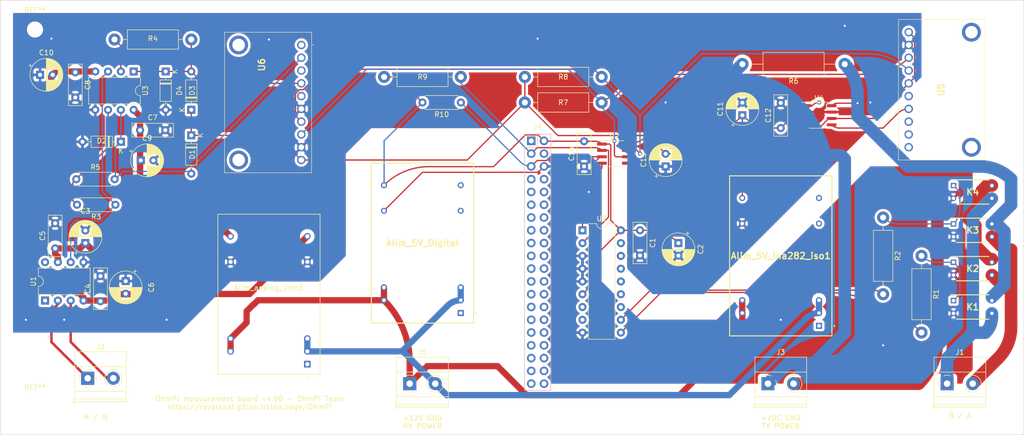
<source format=kicad_pcb>
(kicad_pcb (version 20211014) (generator pcbnew)
  (layers (0 "F.Cu" signal) (31 "B.Cu" signal) (34 "B.Paste" user) (35 "F.Paste" user) (36 "B.SilkS" user "B.Silkscreen") (37 "F.SilkS" user "F.Silkscreen") (38 "B.Mask" user) (39 "F.Mask" user) (44 "Edge.Cuts" user))
  (net 0 "")
  (net 2 "GNDPWR")
  (net 5 "5VD")
  (net 6 "GNDD")
  (net 7 "+12.5V")
  (net 11 "5V")
  (net 12 "GNDA")
  (net 14 "-12V")
  (net 15 "12V")
  (net 16 "Net-(D1-Pad2)")
  (net 17 "Net-(D3-Pad2)")
  (net 18 "B")
  (net 19 "A")
  (net 20 "Net-(J2-Pad1)")
  (net 21 "Net-(J2-Pad2)")
  (net 22 "Net-(J3-Pad1)")
  (net 23 "Net-(J3-Pad2)")
  (net 25 "SDA1")
  (net 27 "SCL1")
  (net 62 "Net-(K1-Pad1)")
  (net 63 "Net-(K1-Pad4)")
  (net 64 "Net-(K3-Pad1)")
  (net 65 "Net-(R1-Pad2)")
  (net 66 "Net-(R2-Pad2)")
  (net 67 "Net-(R3-Pad1)")
  (net 68 "Net-(R3-Pad2)")
  (net 69 "Net-(R4-Pad1)")
  (net 70 "SCL2")
  (net 71 "SDA2")
  (net 83 "Net-(U4-Pad5)")
  (footprint "Package_SO:SOIC-8_3.9x4.9mm_P1.27mm" (layer "F.Cu") (at 160.02 73.66)
    (fp_text reference "U7")
    (fp_text value "ISO1540")
  )
  (footprint "Capacitor_THT:CP_Radial_D6.3mm_P2.50mm" (layer "F.Cu") (at 46 58)
    (fp_text reference "C10")
    (fp_text value "10uF")
  )
  (footprint "Resistor_THT:R_Axial_DIN0411_L9.9mm_D3.6mm_P15.24mm_Horizontal" (layer "F.Cu") (at 114.3 58.42)
    (fp_text reference "R9")
    (fp_text value "1.5k")
  )
  (footprint "Resistor_THT:R_Axial_DIN0207_L6.3mm_D2.5mm_P7.62mm_Horizontal" (layer "F.Cu") (at 60.96 83.82 180)
    (fp_text reference "R3")
    (fp_text value "1k")
  )
  (footprint "Resistor_THT:R_Axial_DIN0411_L9.9mm_D3.6mm_P15.24mm_Horizontal" (layer "F.Cu") (at 142.24 58.42)
    (fp_text reference "R8")
    (fp_text value "1.5K")
  )
  (footprint "1085:1085" (layer "F.Cu") (at 97.869 52.07 90)
    (fp_text reference "U6")
    (fp_text value "1085-Adress=0X48" hide)
  )
  (footprint "Capacitor_THT:CP_Radial_D6.3mm_P2.50mm" (layer "F.Cu") (at 66 75)
    (fp_text reference "C9")
    (fp_text value "10uF")
  )
  (footprint "Diode_THT:D_DO-35_SOD27_P7.62mm_Horizontal" (layer "F.Cu") (at 70.94 57.33 -90)
    (fp_text reference "D4")
    (fp_text value "BAT86")
  )
  (footprint "Package_DIP:DIP-8_W7.62mm" (layer "F.Cu") (at 64.58 57.34 -90)
    (fp_text reference "U3")
    (fp_text value "LM158")
  )
  (footprint "Package_DIP:DIP-18_W7.62mm" (layer "F.Cu") (at 153.68 88.91)
    (fp_text reference "U2")
    (fp_text value "MCP23008-xP")
  )
  (footprint "TerminalBlock_Phoenix:TerminalBlock_Phoenix_MKDS-1,5-2-5.08_1x02_P5.08mm_Horizontal" (layer "F.Cu") (at 55.455 118.305)
    (fp_text reference "J2")
    (fp_text value "Screw_Terminal_VMN")
  )
  (footprint "Capacitor_THT:C_Disc_D8.0mm_W2.5mm_P5.00mm" (layer "F.Cu") (at 49 92.5 90)
    (fp_text reference "C5")
    (fp_text value "100nF")
  )
  (footprint "THD_15-1211N:THD151211N" (layer "F.Cu") (at 200.63 107.88 180)
    (fp_text reference "Alim_5V_ina282_iso1")
    (fp_text value "THD_15-1211N" hide)
  )
  (footprint "Capacitor_THT:C_Disc_D8.0mm_W2.5mm_P5.00mm" (layer "F.Cu") (at 58 103 90)
    (fp_text reference "C4")
    (fp_text value "100nF")
  )
  (footprint "Capacitor_THT:C_Disc_D8.0mm_W2.5mm_P5.00mm" (layer "F.Cu") (at 165.1 88.9 -90)
    (fp_text reference "C1")
    (fp_text value "100nF")
  )
  (footprint "Resistor_THT:R_Axial_DIN0207_L6.3mm_D2.5mm_P7.62mm_Horizontal" (layer "F.Cu") (at 129.54 63.5 180)
    (fp_text reference "R10")
    (fp_text value "1.5k")
  )
  (footprint "Capacitor_THT:CP_Radial_D6.3mm_P2.50mm" (layer "F.Cu") (at 170.18 76.2 90)
    (fp_text reference "C13")
    (fp_text value "10uF")
  )
  (footprint "TerminalBlock_Phoenix:TerminalBlock_Phoenix_MKDS-1,5-2-5.08_1x02_P5.08mm_Horizontal" (layer "F.Cu") (at 226.06 119.38)
    (fp_text reference "J1")
    (fp_text value "A/B")
  )
  (footprint "TerminalBlock_Phoenix:TerminalBlock_Phoenix_MKDS-1,5-2-5.08_1x02_P5.08mm_Horizontal" (layer "F.Cu") (at 190.5 119.38)
    (fp_text reference "J3")
    (fp_text value "Alim DPH5005")
  )
  (footprint "Resistor_THT:R_Axial_DIN0411_L9.9mm_D3.6mm_P15.24mm_Horizontal" (layer "F.Cu") (at 142.24 63.5)
    (fp_text reference "R7")
    (fp_text value "1.5K")
  )
  (footprint "Package_DIP:DIP-8_W7.62mm" (layer "F.Cu") (at 47 102.86 90)
    (fp_text reference "U1")
    (fp_text value "INA128")
  )
  (footprint "1085:1085" (layer "F.Cu") (at 218.44 72.39 -90)
    (fp_text reference "U5")
    (fp_text value "1085-Adress=0X49" hide)
  )
  (footprint "AQY211EH:DIP762W47P254L478H340Q4N" (layer "F.Cu") (at 231.14 104.14)
    (fp_text reference "K1")
    (fp_text value "AQY211EH" hide)
  )
  (footprint "Diode_THT:D_DO-35_SOD27_P7.62mm_Horizontal" (layer "F.Cu") (at 76.02 70.03 -90)
    (fp_text reference "D1")
    (fp_text value "BAT86")
  )
  (footprint "Diode_THT:D_DO-35_SOD27_P7.62mm_Horizontal" (layer "F.Cu") (at 76.02 64.95 90)
    (fp_text reference "D3")
    (fp_text value "BAT86")
  )
  (footprint "AQY211EH:DIP762W47P254L478H340Q4N" (layer "F.Cu") (at 231.14 96.52)
    (fp_text reference "K2")
    (fp_text value "AQY211EH" hide)
  )
  (footprint "MountingHole:MountingHole_3.2mm_M3_ISO7380" (layer "F.Cu") (at 45 49)
    (fp_text reference "REF**")
    (fp_text value "Hole_3.2mm_M3")
  )
  (footprint "AQY211EH:DIP762W47P254L478H340Q4N" (layer "F.Cu") (at 231.14 81.28)
    (fp_text reference "K4")
    (fp_text value "AQY211EH" hide)
  )
  (footprint "Resistor_THT:R_Axial_DIN0411_L9.9mm_D3.6mm_P15.24mm_Horizontal" (layer "F.Cu") (at 213.36 86.36 -90)
    (fp_text reference "R2")
    (fp_text value "1.5k")
  )
  (footprint "Package_SO:SOIC-8_3.9x4.9mm_P1.27mm" (layer "F.Cu") (at 200.66 66.04)
    (fp_text reference "U4")
    (fp_text value "INA282")
  )
  (footprint "Capacitor_THT:C_Disc_D8.0mm_W2.5mm_P5.00mm" (layer "F.Cu") (at 65.86 69)
    (fp_text reference "C7")
    (fp_text value "100nF")
  )
  (footprint "Resistor_THT:R_Axial_DIN0411_L9.9mm_D3.6mm_P15.24mm_Horizontal" (layer "F.Cu") (at 220.98 93.98 -90)
    (fp_text reference "R1")
    (fp_text value "1.5k")
  )
  (footprint "Capacitor_THT:C_Disc_D8.0mm_W2.5mm_P5.00mm" (layer "F.Cu") (at 53 57.5 -90)
    (fp_text reference "C8")
    (fp_text value "100nF")
  )
  (footprint "THD_15-1211N:THD151211N" (layer "F.Cu") (at 129.51 105.34 180)
    (fp_text reference "Alim_5V_Digital")
    (fp_text value "THD_15-1211N" hide)
  )
  (footprint "Resistor_THT:R_Axial_DIN0414_L11.9mm_D4.5mm_P20.32mm_Horizontal" (layer "F.Cu") (at 205.74 55.88 180)
    (fp_text reference "R6")
    (fp_text value "2")
  )
  (footprint "Capacitor_THT:CP_Radial_D6.3mm_P2.50mm" (layer "F.Cu") (at 55 91.44 90)
    (fp_text reference "C3")
    (fp_text value "10uF")
  )
  (footprint "Resistor_THT:R_Axial_DIN0411_L9.9mm_D3.6mm_P15.24mm_Horizontal" (layer "F.Cu") (at 60.78 50.98)
    (fp_text reference "R4")
    (fp_text value "1k")
  )
  (footprint "Capacitor_THT:C_Disc_D8.0mm_W2.5mm_P5.00mm" (layer "F.Cu") (at 193.04 68.58 90)
    (fp_text reference "C12")
    (fp_text value "100nF")
  )
  (footprint "Capacitor_THT:C_Disc_D8.0mm_W2.5mm_P5.00mm" (layer "F.Cu") (at 154 76.2 90)
    (fp_text reference "C14")
    (fp_text value ".1u")
  )
  (footprint "Resistor_THT:R_Axial_DIN0207_L6.3mm_D2.5mm_P7.62mm_Horizontal" (layer "F.Cu") (at 53.19 78.74)
    (fp_text reference "R5")
    (fp_text value "1k")
  )
  (footprint "MountingHole:MountingHole_3.2mm_M3_ISO7380" (layer "F.Cu") (at 45 124)
    (fp_text reference "REF**")
    (fp_text value "Hole_3.2mm_M3")
  )
  (footprint "Diode_THT:D_DO-35_SOD27_P7.62mm_Horizontal" (layer "F.Cu") (at 62.05 71.3 180)
    (fp_text reference "D2")
    (fp_text value "BAT86")
  )
  (footprint "THD_15-1222N:CONV_THD_15-1222N" (layer "F.Cu") (at 91.44 101.6 90)
    (fp_text reference "Alim_analog_Vmn1")
    (fp_text value "THD_15-1222N")
  )
  (footprint "TerminalBlock_Phoenix:TerminalBlock_Phoenix_MKDS-1,5-2-5.08_1x02_P5.08mm_Horizontal" (layer "F.Cu") (at 119.38 119.38)
    (fp_text reference "J5")
    (fp_text value "Screw_Terminal_01x02")
  )
  (footprint "Capacitor_THT:CP_Radial_D6.3mm_P2.50mm" (layer "F.Cu") (at 63 99 -90)
    (fp_text reference "C6")
    (fp_text value "10uF")
  )
  (footprint "Capacitor_THT:CP_Radial_D6.3mm_P2.50mm" (layer "F.Cu") (at 172.72 91.44 -90)
    (fp_text reference "C2")
    (fp_text value "10uF")
  )
  (footprint "AQY211EH:DIP762W47P254L478H340Q4N" (layer "F.Cu") (at 231.14 88.9)
    (fp_text reference "K3")
    (fp_text value "AQY211EH" hide)
  )
  (footprint "Capacitor_THT:CP_Radial_D6.3mm_P2.50mm" (layer "F.Cu") (at 185.42 66.04 90)
    (fp_text reference "C11")
    (fp_text value "10uF")
  )
  (footprint "Connector_PinSocket_2.54mm:PinSocket_2x20_P2.54mm_Vertical" (layer "B.Cu") (at 143.51 71.12 180)
    (fp_text reference "J4")
    (fp_text value "Raspberry_Pi_2_3")
  )
  (gr_rect (start 241.3 129.54) (end 38.1 43.18) (layer "Edge.Cuts") (width 0.1) (fill none))
  (gr_text "+VDC GND\nTX POWER" (at 193.04 127) (layer "F.SilkS") (effects (font (size 1 1))))
  (gr_text "M / N" (at 57 126) (layer "F.SilkS") (effects (font (size 1 1))))
  (gr_text "OhmPi measurement board v4.00 - OhmPi Team\nhttps://reversaal.gitlab.irstea.page/OhmPi" (at 87.63 123.19) (layer "F.SilkS") (effects (font (size 1 1))))
  (gr_text "B / A" (at 228.6 125.73) (layer "F.SilkS") (effects (font (size 1 1))))
  (gr_text "+12V GND\nRX POWER" (at 121.92 127) (layer "F.SilkS") (effects (font (size 1 1))))
  (segment (start 99.06 112.96) (end 99.06 110.42) (width 1.25) (layer "B.Cu") (net 2))
  (segment (start 126.734511 121.654511) (end 182.806467 121.654511) (width 1.25) (layer "B.Cu") (net 2))
  (segment (start 124.46 119.38) (end 126.734511 121.654511) (width 1.25) (layer "B.Cu") (net 2))
  (segment (start 99.06 112.96) (end 118.04 112.96) (width 1.25) (layer "B.Cu") (net 2))
  (segment (start 182.806467 121.654511) (end 198.053938 106.40704) (width 1.25) (layer "B.Cu") (net 2))
  (segment (start 118.04 112.96) (end 124.46 119.38) (width 1.25) (layer "B.Cu") (net 2))
  (segment (start 200.63 105.34) (end 200.63 102.8) (width 1.25) (layer "B.Cu") (net 2))
  (segment (start 118.04 112.760978) (end 126.933938 103.86704) (width 1.25) (layer "B.Cu") (net 2))
  (segment (start 118.04 112.96) (end 118.04 112.760978) (width 1.25) (layer "B.Cu") (net 2))
  (segment (start 129.51 102.8) (end 129.51 100.26) (width 1.25) (layer "B.Cu") (net 2))
  (arc (start 198.053938 106.40704) (mid 199.235845 105.617315) (end 200.63 105.34) (width 1.25) (layer "B.Cu") (net 2))
  (arc (start 126.933938 103.86704) (mid 128.115845 103.077315) (end 129.51 102.8) (width 1.25) (layer "B.Cu") (net 2))
  (segment (start 157.272102 98.017898) (end 157.272102 92.937897) (width 0.25) (layer "F.Cu") (net 5))
  (segment (start 116.84 58.42) (end 121.92 63.5) (width 0.25) (layer "F.Cu") (net 5))
  (segment (start 144.875489 69.945489) (end 142.335489 69.945489) (width 0.25) (layer "F.Cu") (net 5))
  (segment (start 159.29404 72) (end 159.04904 71.755) (width 0.25) (layer "F.Cu") (net 5))
  (segment (start 157.272102 92.937897) (end 161.3 88.91) (width 0.25) (layer "F.Cu") (net 5))
  (segment (start 114.3 58.42) (end 116.84 58.42) (width 0.25) (layer "F.Cu") (net 5))
  (segment (start 152.4 71.2) (end 146.243137 71.2) (width 0.25) (layer "F.Cu") (net 5))
  (segment (start 161.3 88.91) (end 165.075858 88.91) (width 0.25) (layer "F.Cu") (net 5))
  (segment (start 142.335489 69.945489) (end 136.023385 76.257593) (width 0.25) (layer "F.Cu") (net 5))
  (segment (start 159.29404 86.90404) (end 159.29404 72) (width 0.25) (layer "F.Cu") (net 5))
  (segment (start 152.4 71.2) (end 156.205112 71.2) (width 0.25) (layer "F.Cu") (net 5))
  (segment (start 146.05 71.12) (end 144.875489 69.945489) (width 0.25) (layer "F.Cu") (net 5))
  (segment (start 153.68 101.61) (end 157.272102 98.017898) (width 0.25) (layer "F.Cu") (net 5))
  (segment (start 136.023385 76.257593) (end 123.160116 76.257593) (width 0.25) (layer "F.Cu") (net 5))
  (segment (start 159.04904 71.755) (end 157.545 71.755) (width 0.25) (layer "F.Cu") (net 5))
  (segment (start 165.1 88.9) (end 166.587898 88.9) (width 0.25) (layer "F.Cu") (net 5))
  (segment (start 161.3 88.91) (end 159.29404 86.90404) (width 0.25) (layer "F.Cu") (net 5))
  (arc (start 156.205112 71.2) (mid 156.930254 71.34424) (end 157.545 71.755) (width 0.25) (layer "F.Cu") (net 5))
  (arc (start 123.160116 76.257593) (mid 118.34882 77.214619) (end 114.27 79.94) (width 0.25) (layer "F.Cu") (net 5))
  (arc (start 166.587898 88.9) (mid 169.906567 89.560125) (end 172.72 91.44) (width 0.25) (layer "F.Cu") (net 5))
  (arc (start 146.243137 71.2) (mid 146.138612 71.179209) (end 146.05 71.12) (width 0.25) (layer "F.Cu") (net 5))
  (arc (start 165.075858 88.91) (mid 165.088924 88.907401) (end 165.1 88.9) (width 0.25) (layer "F.Cu") (net 5))
  (segment (start 114.3 71.12) (end 114.3 79.867574) (width 0.25) (layer "B.Cu") (net 5))
  (segment (start 121.92 63.5) (end 114.3 71.12) (width 0.25) (layer "B.Cu") (net 5))
  (arc (start 114.3 79.867574) (mid 114.2922 79.906771) (end 114.27 79.94) (width 0.25) (layer "B.Cu") (net 5))
  (segment (start 114.27 85.02) (end 121.915489 77.374511) (width 0.25) (layer "F.Cu") (net 6))
  (segment (start 154.94 79.115) (end 154.94 81.28) (width 0.25) (layer "F.Cu") (net 6))
  (segment (start 157.545 76.51) (end 154.94 79.115) (width 0.25) (layer "F.Cu") (net 6))
  (segment (start 157.545 75.565) (end 157.545 76.51) (width 0.25) (layer "F.Cu") (net 6))
  (segment (start 121.915489 77.374511) (end 144.875489 77.374511) (width 0.25) (layer "F.Cu") (net 6))
  (segment (start 144.875489 77.374511) (end 146.05 76.2) (width 0.25) (layer "F.Cu") (net 6))
  (via (at 193.04 106.68) (size 0.8) (drill 0.4) (layers "F.Cu" "B.Cu") (net 6))
  (via (at 213.36 111.76) (size 0.8) (drill 0.4) (layers "F.Cu" "B.Cu") (net 6))
  (via (at 154.94 81.28) (size 0.8) (drill 0.4) (layers "F.Cu" "B.Cu") (net 6))
  (segment (start 89.258458 102.8) (end 114.27 102.8) (width 1.25) (layer "F.Cu") (net 7))
  (segment (start 114.27 102.8) (end 114.27 100.26) (width 1.25) (layer "F.Cu") (net 7))
  (segment (start 122.862134 115.897866) (end 136.811221 115.897866) (width 1.25) (layer "F.Cu") (net 7))
  (segment (start 136.811221 115.897866) (end 142.567866 121.654511) (width 1.25) (layer "F.Cu") (net 7))
  (segment (start 119.38 119.38) (end 119.38 115.136631) (width 1.25) (layer "F.Cu") (net 7))
  (segment (start 88.448938 103.60952) (end 89.258458 102.8) (width 1.25) (layer "F.Cu") (net 7))
  (segment (start 83.82 112.96) (end 83.82 110.42) (width 1.25) (layer "F.Cu") (net 7))
  (segment (start 88.39048 103.60952) (end 88.448938 103.60952) (width 1.25) (layer "F.Cu") (net 7))
  (segment (start 87 105) (end 88.39048 103.60952) (width 1.25) (layer "F.Cu") (net 7))
  (segment (start 87 107.24) (end 87 105) (width 1.25) (layer "F.Cu") (net 7))
  (segment (start 119.38 119.38) (end 122.862134 115.897866) (width 1.25) (layer "F.Cu") (net 7))
  (segment (start 185.39 105.34) (end 185.39 102.8) (width 1.25) (layer "F.Cu") (net 7))
  (segment (start 172.985489 121.654511) (end 183.623949 111.016051) (width 1.25) (layer "F.Cu") (net 7))
  (segment (start 83.82 110.42) (end 87 107.24) (width 1.25) (layer "F.Cu") (net 7))
  (segment (start 185.42 106.68) (end 185.42 105.412426) (width 1.25) (layer "F.Cu") (net 7))
  (segment (start 142.567866 121.654511) (end 172.985489 121.654511) (width 1.25) (layer "F.Cu") (net 7))
  (arc (start 119.38 115.136631) (mid 118.051954 108.460094) (end 114.27 102.8) (width 1.25) (layer "F.Cu") (net 7))
  (arc (start 185.42 105.412426) (mid 185.412203 105.373229) (end 185.39 105.34) (width 1.25) (layer "F.Cu") (net 7))
  (arc (start 183.623949 111.016051) (mid 184.953222 109.026654) (end 185.42 106.68) (width 1.25) (layer "F.Cu") (net 7))
  (segment (start 185.42 66.04) (end 185.42 82.407574) (width 0.25) (layer "F.Cu") (net 11))
  (segment (start 191.552102 68.58) (end 193.04 68.58) (width 0.25) (layer "F.Cu") (net 11))
  (segment (start 142.24 63.5) (end 142.24 58.42) (width 0.25) (layer "F.Cu") (net 11))
  (segment (start 199.415301 67.335301) (end 200.66 68.58) (width 0.25) (layer "F.Cu") (net 11))
  (segment (start 92.969 70.03) (end 97.869 74.93) (width 0.25) (layer "F.Cu") (net 11))
  (segment (start 97.869 74.93) (end 130.81 74.93) (width 0.25) (layer "F.Cu") (net 11))
  (segment (start 166.530601 70.0834) (end 166.547 70.067) (width 0.25) (layer "F.Cu") (net 11))
  (segment (start 218.44 59.69) (end 219.597011 58.532989) (width 0.25) (layer "F.Cu") (net 11))
  (segment (start 200.66 68.58) (end 202.565 66.675) (width 0.25) (layer "F.Cu") (net 11))
  (segment (start 76.02 64.95) (end 76.02 70.03) (width 0.25) (layer "F.Cu") (net 11))
  (segment (start 193.04 68.58) (end 194.29952 67.32048) (width 0.25) (layer "F.Cu") (net 11))
  (segment (start 211.455 66.675) (end 218.44 59.69) (width 0.25) (layer "F.Cu") (net 11))
  (segment (start 166.547 70.067) (end 170.18 73.7) (width 0.25) (layer "F.Cu") (net 11))
  (segment (start 202.565 66.675) (end 203.135 66.675) (width 0.25) (layer "F.Cu") (net 11))
  (segment (start 194.29952 67.32048) (end 199.37952 67.32048) (width 0.25) (layer "F.Cu") (net 11))
  (segment (start 203.135 66.675) (end 211.455 66.675) (width 0.25) (layer "F.Cu") (net 11))
  (segment (start 76.02 70.03) (end 92.969 70.03) (width 0.25) (layer "F.Cu") (net 11))
  (segment (start 130.81 74.93) (end 142.24 63.5) (width 0.25) (layer "F.Cu") (net 11))
  (segment (start 219.597011 50.687011) (end 218.44 49.53) (width 0.25) (layer "F.Cu") (net 11))
  (segment (start 183.11987 68.340131) (end 185.42 66.04) (width 0.25) (layer "F.Cu") (net 11))
  (segment (start 148.807 70.067) (end 166.547 70.067) (width 0.25) (layer "F.Cu") (net 11))
  (segment (start 142.24 63.5) (end 148.807 70.067) (width 0.25) (layer "F.Cu") (net 11))
  (segment (start 219.597011 58.532989) (end 219.597011 50.687011) (width 0.25) (layer "F.Cu") (net 11))
  (arc (start 185.42 66.04) (mid 188.233432 67.919875) (end 191.552102 68.58) (width 0.25) (layer "F.Cu") (net 11))
  (arc (start 162.495 71.755) (mid 164.679051 71.320565) (end 166.530601 70.0834) (width 0.25) (layer "F.Cu") (net 11))
  (arc (start 170.18 73.7) (mid 177.183007 72.307015) (end 183.11987 68.340131) (width 0.25) (layer "F.Cu") (net 11))
  (arc (start 185.42 82.407574) (mid 185.412203 82.446771) (end 185.39 82.48) (width 0.25) (layer "F.Cu") (net 11))
  (arc (start 199.37952 67.32048) (mid 199.398885 67.324332) (end 199.415301 67.335301) (width 0.25) (layer "F.Cu") (net 11))
  (segment (start 198.185 65.405) (end 203.135 65.405) (width 0.25) (layer "F.Cu") (net 12))
  (via (at 71.12 106.68) (size 0.8) (drill 0.4) (layers "F.Cu" "B.Cu") (net 12))
  (via (at 144.78 50.8) (size 0.8) (drill 0.4) (layers "F.Cu" "B.Cu") (net 12))
  (via (at 50.8 106.68) (size 0.8) (drill 0.4) (layers "F.Cu" "B.Cu") (net 12))
  (via (at 48.26 50.8) (size 0.8) (drill 0.4) (layers "F.Cu" "B.Cu") (net 12))
  (via (at 210.82 63.5) (size 0.8) (drill 0.4) (layers "F.Cu" "B.Cu") (net 12))
  (via (at 43.18 106.68) (size 0.8) (drill 0.4) (layers "F.Cu" "B.Cu") (net 12))
  (via (at 91.44 50.98) (size 0.8) (drill 0.4) (layers "F.Cu" "B.Cu") (net 12))
  (via (at 170.18 63.5) (size 0.8) (drill 0.4) (layers "F.Cu" "B.Cu") (net 12))
  (via (at 205.74 48.26) (size 0.8) (drill 0.4) (layers "F.Cu" "B.Cu") (net 12))
  (segment (start 54.62 102.254065) (end 54.62 102.86) (width 1.25) (layer "F.Cu") (net 14))
  (segment (start 54.62 102.86) (end 59.7 102.86) (width 1.25) (layer "F.Cu") (net 14))
  (segment (start 45.76 71.12) (end 43 73.88) (width 1.25) (layer "F.Cu") (net 14))
  (segment (start 56.96 57.34) (end 49.16 57.34) (width 1.25) (layer "F.Cu") (net 14))
  (segment (start 51.425935 99.06) (end 54.62 102.254065) (width 1.25) (layer "F.Cu") (net 14))
  (segment (start 48.224511 60.224511) (end 46.275489 60.224511) (width 1.25) (layer "F.Cu") (net 14))
  (segment (start 87.6 101.56) (end 99.06 90.1) (width 1.25) (layer "F.Cu") (net 14))
  (segment (start 43 98) (end 44.06 99.06) (width 1.25) (layer "F.Cu") (net 14))
  (segment (start 44.06 99.06) (end 51.425935 99.06) (width 1.25) (layer "F.Cu") (net 14))
  (segment (start 48.224511 58.275489) (end 48.224511 60.224511) (width 1.25) (layer "F.Cu") (net 14))
  (segment (start 68.54 101.6) (end 68.58 101.56) (width 1.25) (layer "F.Cu") (net 14))
  (segment (start 59.7 102.86) (end 60.96 101.6) (width 1.25) (layer "F.Cu") (net 14))
  (segment (start 45.76 60.74) (end 45.76 71.12) (width 1.25) (layer "F.Cu") (net 14))
  (segment (start 68.58 101.56) (end 87.6 101.56) (width 1.25) (layer "F.Cu") (net 14))
  (segment (start 46.275489 60.224511) (end 45.76 60.74) (width 1.25) (layer "F.Cu") (net 14))
  (segment (start 43 73.88) (end 43 98) (width 1.25) (layer "F.Cu") (net 14))
  (segment (start 60.96 101.6) (end 68.54 101.6) (width 1.25) (layer "F.Cu") (net 14))
  (segment (start 49.16 57.34) (end 48.224511 58.275489) (width 1.25) (layer "F.Cu") (net 14))
  (segment (start 65.86 78.92) (end 65.86 71.3) (width 1.25) (layer "F.Cu") (net 15))
  (segment (start 66.04 89.39) (end 66.214511 89.215489) (width 1.25) (layer "F.Cu") (net 15))
  (segment (start 65.86 88.860978) (end 66.214511 89.215489) (width 1.25) (layer "F.Cu") (net 15))
  (segment (start 65.86 71.3) (end 65.86 66.24) (width 1.25) (layer "F.Cu") (net 15))
  (segment (start 66.214511 89.215489) (end 82.935489 89.215489) (width 1.25) (layer "F.Cu") (net 15))
  (segment (start 49 92.5) (end 53.94 92.5) (width 1.25) (layer "F.Cu") (net 15))
  (segment (start 49 93.56863) (end 49 92.5) (width 1.25) (layer "F.Cu") (net 15))
  (segment (start 65.86 78.92) (end 65.86 88.860978) (width 1.25) (layer "F.Cu") (net 15))
  (segment (start 57.224511 93.664511) (end 63.815489 93.664511) (width 1.25) (layer "F.Cu") (net 15))
  (segment (start 82.935489 89.215489) (end 83.82 90.1) (width 1.25) (layer "F.Cu") (net 15))
  (segment (start 49.54 94.10863) (end 49 93.56863) (width 1.25) (layer "F.Cu") (net 15))
  (segment (start 66.04 91.44) (end 66.04 89.39) (width 1.25) (layer "F.Cu") (net 15))
  (segment (start 53.94 92.5) (end 55 91.44) (width 1.25) (layer "F.Cu") (net 15))
  (segment (start 49.54 95.24) (end 49.54 94.10863) (width 1.25) (layer "F.Cu") (net 15))
  (segment (start 55 91.44) (end 57.224511 93.664511) (width 1.25) (layer "F.Cu") (net 15))
  (segment (start 65.86 66.24) (end 64.58 64.96) (width 1.25) (layer "F.Cu") (net 15))
  (segment (start 63.815489 93.664511) (end 66.04 91.44) (width 1.25) (layer "F.Cu") (net 15))
  (segment (start 62.504511 77.195489) (end 75.565489 77.195489) (width 0.25) (layer "B.Cu") (net 16))
  (segment (start 76.02 76.459) (end 97.869 54.61) (width 0.25) (layer "B.Cu") (net 16))
  (segment (start 60.96 78.74) (end 60.96 72.39) (width 0.25) (layer "B.Cu") (net 16))
  (segment (start 75.565489 77.195489) (end 76.02 77.65) (width 0.25) (layer "B.Cu") (net 16))
  (segment (start 62.05 71.3) (end 62.05 64.97) (width 0.25) (layer "B.Cu") (net 16))
  (segment (start 60.96 72.39) (end 62.05 71.3) (width 0.25) (layer "B.Cu") (net 16))
  (segment (start 60.96 78.74) (end 62.504511 77.195489) (width 0.25) (layer "B.Cu") (net 16))
  (segment (start 62.05 64.97) (end 62.04 64.96) (width 0.25) (layer "B.Cu") (net 16))
  (segment (start 76.02 77.65) (end 76.02 76.459) (width 0.25) (layer "B.Cu") (net 16))
  (segment (start 78.38 59.69) (end 76.02 57.33) (width 0.25) (layer "F.Cu") (net 17))
  (segment (start 76.02 57.33) (end 76.02 50.98) (width 0.25) (layer "F.Cu") (net 17))
  (segment (start 97.869 59.69) (end 78.38 59.69) (width 0.25) (layer "F.Cu") (net 17))
  (segment (start 64.59 57.33) (end 64.58 57.34) (width 0.25) (layer "F.Cu") (net 17))
  (segment (start 76.02 57.33) (end 64.59 57.33) (width 0.25) (layer "F.Cu") (net 17))
  (segment (start 226.06 119.38) (end 226.06 114.344511) (width 2.5) (layer "B.Cu") (net 18))
  (segment (start 231.162256 109.242256) (end 231.162256 86.382255) (width 2.5) (layer "B.Cu") (net 18))
  (segment (start 231.162256 86.382255) (end 234.95 82.594511) (width 2.5) (layer "B.Cu") (net 18))
  (segment (start 234.95 106.153949) (end 234.95 105.41) (width 2.5) (layer "B.Cu") (net 18))
  (segment (start 226.06 114.344511) (end 231.162256 109.242256) (width 2.5) (layer "B.Cu") (net 18))
  (segment (start 231.162256 109.242256) (end 233.62627 109.242256) (width 2.5) (layer "B.Cu") (net 18))
  (arc (start 233.68 109.22) (mid 234.619938 107.813284) (end 234.95 106.153949) (width 2.5) (layer "B.Cu") (net 18))
  (arc (start 233.62627 109.242256) (mid 233.655349 109.236472) (end 233.68 109.22) (width 2.5) (layer "B.Cu") (net 18))
  (segment (start 234.95 90.17) (end 236.667959 91.887959) (width 2.5) (layer "F.Cu") (net 19))
  (segment (start 238.76 106.68) (end 238.76 108.167898) (width 2.5) (layer "F.Cu") (net 19))
  (segment (start 237.534511 100.374511) (end 234.994511 97.834511) (width 2.5) (layer "F.Cu") (net 19))
  (segment (start 231.14 119.38) (end 236.22 114.3) (width 2.5) (layer "F.Cu") (net 19))
  (segment (start 238.76 92.754511) (end 238.76 106.68) (width 2.5) (layer "F.Cu") (net 19))
  (segment (start 234.994511 97.834511) (end 234.95 97.834511) (width 2.5) (layer "F.Cu") (net 19))
  (arc (start 236.667959 91.887959) (mid 237.627796 92.529301) (end 238.76 92.754511) (width 2.5) (layer "F.Cu") (net 19))
  (arc (start 238.76 108.167898) (mid 238.099875 111.486568) (end 236.22 114.3) (width 2.5) (layer "F.Cu") (net 19))
  (segment (start 55.455 118.305) (end 48.26 111.11) (width 0.5) (layer "F.Cu") (net 20))
  (segment (start 48.26 111.11) (end 48.26 104.88) (width 0.5) (layer "F.Cu") (net 20))
  (segment (start 48.26 104.88) (end 49.54 103.6) (width 0.5) (layer "F.Cu") (net 20))
  (segment (start 49.54 103.6) (end 49.54 102.86) (width 0.5) (layer "F.Cu") (net 20))
  (segment (start 52.08 111.08) (end 52.08 102.86) (width 0.5) (layer "F.Cu") (net 21))
  (segment (start 59.305 118.305) (end 52.08 111.08) (width 0.5) (layer "F.Cu") (net 21))
  (segment (start 60.535 118.305) (end 59.305 118.305) (width 0.5) (layer "F.Cu") (net 21))
  (segment (start 199.268179 64.135) (end 199.368025 64.035154) (width 0.25) (layer "F.Cu") (net 22))
  (segment (start 198.185 64.135) (end 199.268179 64.135) (width 0.25) (layer "F.Cu") (net 22))
  (via (at 200.66 63.5) (size 0.8) (drill 0.4) (layers "F.Cu" "B.Cu") (net 22))
  (arc (start 199.368025 64.035154) (mid 199.960788 63.639082) (end 200.66 63.5) (width 0.25) (layer "F.Cu") (net 22))
  (segment (start 179 69.535554) (end 183.464446 74) (width 2.5) (layer "B.Cu") (net 22))
  (segment (start 205.74 109.22) (end 199.607897 115.352103) (width 2.5) (layer "B.Cu") (net 22))
  (segment (start 179 62.3) (end 179 69.535554) (width 2.5) (layer "B.Cu") (net 22))
  (segment (start 205.74 74.74) (end 205.74 109.22) (width 2.5) (layer "B.Cu") (net 22))
  (segment (start 185.42 55.88) (end 179 62.3) (width 2.5) (layer "B.Cu") (net 22))
  (segment (start 183.464446 74) (end 205 74) (width 2.5) (layer "B.Cu") (net 22))
  (segment (start 205 74) (end 205.74 74.74) (width 2.5) (layer "B.Cu") (net 22))
  (segment (start 194.527897 115.352103) (end 190.5 119.38) (width 2.5) (layer "B.Cu") (net 22))
  (segment (start 199.607897 115.352103) (end 194.527897 115.352103) (width 2.5) (layer "B.Cu") (net 22))
  (segment (start 234.95 80.01) (end 233.97637 80.01) (width 2.5) (layer "F.Cu") (net 23))
  (segment (start 224.845489 85.145489) (end 224.129511 85.861467) (width 2.5) (layer "F.Cu") (net 23))
  (segment (start 228.840881 85.145489) (end 224.845489 85.145489) (width 2.5) (layer "F.Cu") (net 23))
  (segment (start 231.66605 87.970658) (end 231.66605 91.96605) (width 2.5) (layer "F.Cu") (net 23))
  (segment (start 195.58 119.38) (end 220.417828 119.38) (width 2.5) (layer "F.Cu") (net 23))
  (segment (start 234.334991 94.634991) (end 234.95 94.634991) (width 2.5) (layer "F.Cu") (net 23))
  (segment (start 233.97637 80.01) (end 228.840881 85.145489) (width 2.5) (layer "F.Cu") (net 23))
  (segment (start 231.66605 91.96605) (end 234.334991 94.634991) (width 2.5) (layer "F.Cu") (net 23))
  (segment (start 224.129511 85.861467) (end 224.129511 110.419205) (width 2.5) (layer "F.Cu") (net 23))
  (segment (start 228.840881 85.145489) (end 231.66605 87.970658) (width 2.5) (layer "F.Cu") (net 23))
  (arc (start 224.129511 110.419205) (mid 223.164876 115.268752) (end 220.417828 119.38) (width 2.5) (layer "F.Cu") (net 23))
  (segment (start 158.81952 73.025) (end 158.84452 73.05) (width 0.25) (layer "F.Cu") (net 25))
  (segment (start 158.84452 73.05) (end 158.84452 86.28548) (width 0.25) (layer "F.Cu") (net 25))
  (segment (start 143.51 73.66) (end 144.684511 72.485489) (width 0.25) (layer "F.Cu") (net 25))
  (segment (start 144.684511 72.485489) (end 156.242506 72.485489) (width 0.25) (layer "F.Cu") (net 25))
  (segment (start 158.84452 86.28548) (end 153.68 91.45) (width 0.25) (layer "F.Cu") (net 25))
  (segment (start 157.545 73.025) (end 158.81952 73.025) (width 0.25) (layer "F.Cu") (net 25))
  (arc (start 156.242506 72.485489) (mid 156.94741 72.625704) (end 157.545 73.025) (width 0.25) (layer "F.Cu") (net 25))
  (segment (start 143.51 73.66) (end 129.54 59.69) (width 0.25) (layer "B.Cu") (net 25))
  (segment (start 129.54 59.69) (end 129.54 58.42) (width 0.25) (layer "B.Cu") (net 25))
  (segment (start 144.684511 75.025489) (end 143.51 76.2) (width 0.25) (layer "F.Cu") (net 27))
  (segment (start 147.266988 74.295) (end 146.536499 75.025489) (width 0.25) (layer "F.Cu") (net 27))
  (segment (start 157.168928 74.295) (end 157.545 74.295) (width 0.25) (layer "F.Cu") (net 27))
  (segment (start 146.536499 75.025489) (end 144.684511 75.025489) (width 0.25) (layer "F.Cu") (net 27))
  (segment (start 153.68 79.051964) (end 156.24548 76.486484) (width 0.25) (layer "F.Cu") (net 27))
  (segment (start 153.68 88.91) (end 153.68 79.051964) (width 0.25) (layer "F.Cu") (net 27))
  (segment (start 157.545 74.295) (end 147.266988 74.295) (width 0.25) (layer "F.Cu") (net 27))
  (segment (start 156.24548 76.486484) (end 156.24548 75.218448) (width 0.25) (layer "F.Cu") (net 27))
  (segment (start 156.24548 75.218448) (end 157.168928 74.295) (width 0.25) (layer "F.Cu") (net 27))
  (segment (start 141.341975 75.301974) (end 129.54 63.5) (width 0.25) (layer "B.Cu") (net 27))
  (arc (start 143.51 76.2) (mid 142.336673 75.966611) (end 141.341975 75.301974) (width 0.25) (layer "B.Cu") (net 27))
  (segment (start 228.6 101.019481) (end 228.6 97.100519) (width 0.25) (layer "B.Cu") (net 62))
  (segment (start 227.33 102.87) (end 228.189511 102.010489) (width 0.25) (layer "B.Cu") (net 62))
  (segment (start 228.189511 96.109511) (end 227.33 95.25) (width 0.25) (layer "B.Cu") (net 62))
  (segment (start 224.046051 95.25) (end 227.33 95.25) (width 0.25) (layer "B.Cu") (net 62))
  (arc (start 220.98 93.98) (mid 222.386716 94.919938) (end 224.046051 95.25) (width 0.25) (layer "B.Cu") (net 62))
  (arc (start 228.189511 102.010489) (mid 228.493318 101.555811) (end 228.6 101.019481) (width 0.25) (layer "B.Cu") (net 62))
  (arc (start 228.6 97.100519) (mid 228.493317 96.564189) (end 228.189511 96.109511) (width 0.25) (layer "B.Cu") (net 62))
  (segment (start 204.330062 63.639989) (end 208.28 63.639989) (width 0.25) (layer "F.Cu") (net 63))
  (via (at 208.28 63.639989) (size 0.8) (drill 0.4) (layers "F.Cu" "B.Cu") (net 63))
  (arc (start 203.135 64.135) (mid 203.683299 63.768638) (end 204.330062 63.639989) (width 0.25) (layer "F.Cu") (net 63))
  (segment (start 235.92363 87.63) (end 237.434511 89.140881) (width 2.5) (layer "B.Cu") (net 63))
  (segment (start 237.434511 99.725969) (end 234.95 102.21048) (width 2.5) (layer "B.Cu") (net 63))
  (segment (start 208.28 63.639989) (end 208.28 66.164359) (width 2.5) (layer "B.Cu") (net 63))
  (segment (start 208.28 62.012102) (end 208.28 63.639989) (width 2.5) (layer "B.Cu") (net 63))
  (segment (start 238.76 83.820001) (end 234.95 87.63) (width 2.5) (layer "B.Cu") (net 63))
  (segment (start 237.434511 89.140881) (end 237.434511 99.725969) (width 2.5) (layer "B.Cu") (net 63))
  (segment (start 234.95 87.63) (end 235.92363 87.63) (width 2.5) (layer "B.Cu") (net 63))
  (segment (start 218.330152 76.214511) (end 232.662931 76.214511) (width 2.5) (layer "B.Cu") (net 63))
  (segment (start 208.28 66.164359) (end 218.330152 76.214511) (width 2.5) (layer "B.Cu") (net 63))
  (segment (start 238.76 78.74) (end 238.76 83.820001) (width 2.5) (layer "B.Cu") (net 63))
  (arc (start 205.74 55.88) (mid 207.619875 58.693432) (end 208.28 62.012102) (width 2.5) (layer "B.Cu") (net 63))
  (arc (start 232.662931 76.214511) (mid 235.962641 76.870864) (end 238.76 78.74) (width 2.5) (layer "B.Cu") (net 63))
  (segment (start 228.6 81.28) (end 227.33 80.01) (width 0.25) (layer "B.Cu") (net 64))
  (segment (start 228.6 84.563949) (end 228.6 81.28) (width 0.25) (layer "B.Cu") (net 64))
  (segment (start 216.426051 87.63) (end 227.33 87.63) (width 0.25) (layer "B.Cu") (net 64))
  (arc (start 213.36 86.36) (mid 214.766716 87.299938) (end 216.426051 87.63) (width 0.25) (layer "B.Cu") (net 64))
  (arc (start 227.33 87.63) (mid 228.269938 86.223284) (end 228.6 84.563949) (width 0.25) (layer "B.Cu") (net 64))
  (segment (start 169.27952 101.25048) (end 201.739877 101.25048) (width 0.25) (layer "F.Cu") (net 65))
  (segment (start 161.3 109.23) (end 169.27952 101.25048) (width 0.25) (layer "F.Cu") (net 65))
  (arc (start 201.739877 101.25048) (mid 212.152556 103.321691) (end 220.98 109.22) (width 0.25) (layer "F.Cu") (net 65))
  (segment (start 167.191662 100.798338) (end 211.424617 100.798338) (width 0.25) (layer "F.Cu") (net 66))
  (segment (start 161.3 106.69) (end 167.191662 100.798338) (width 0.25) (layer "F.Cu") (net 66))
  (arc (start 211.424617 100.798338) (mid 212.472038 101.006683) (end 213.36 101.6) (width 0.25) (layer "F.Cu") (net 66))
  (segment (start 53 87) (end 52.08 87.92) (width 0.25) (layer "B.Cu") (net 67))
  (segment (start 58.375489 81.235489) (end 58.375489 58.464511) (width 0.25) (layer "B.Cu") (net 67))
  (segment (start 60.96 83.82) (end 57.78 87) (width 0.25) (layer "B.Cu") (net 67))
  (segment (start 58.375489 58.464511) (end 59.5 57.34) (width 0.25) (layer "B.Cu") (net 67))
  (segment (start 60.96 83.82) (end 58.375489 81.235489) (width 0.25) (layer "B.Cu") (net 67))
  (segment (start 57.78 87) (end 53 87) (width 0.25) (layer "B.Cu") (net 67))
  (segment (start 52.08 87.92) (end 52.08 95.24) (width 0.25) (layer "B.Cu") (net 67))
  (segment (start 52.52 83) (end 52.52 79.41) (width 0.25) (layer "F.Cu") (net 68))
  (segment (start 53.34 83.82) (end 52.52 83) (width 0.25) (layer "F.Cu") (net 68))
  (segment (start 59.5 72.43) (end 59.5 64.96) (width 0.25) (layer "F.Cu") (net 68))
  (segment (start 52.52 79.41) (end 59.5 72.43) (width 0.25) (layer "F.Cu") (net 68))
  (segment (start 62.04 57.34) (end 62.04 52.24) (width 0.25) (layer "F.Cu") (net 69))
  (segment (start 62.04 52.24) (end 60.78 50.98) (width 0.25) (layer "F.Cu") (net 69))
  (segment (start 160.098241 62.415489) (end 164.609219 57.904511) (width 0.25) (layer "F.Cu") (net 70))
  (segment (start 160.02 74) (end 160.315 74.295) (width 0.25) (layer "F.Cu") (net 70))
  (segment (start 160.315 74.295) (end 162.495 74.295) (width 0.25) (layer "F.Cu") (net 70))
  (segment (start 160.02 71.12) (end 160.02 74) (width 0.25) (layer "F.Cu") (net 70))
  (segment (start 164.609219 57.904511) (end 210.486347 57.904511) (width 0.25) (layer "F.Cu") (net 70))
  (via (at 160.02 71.12) (size 0.8) (drill 0.4) (layers "F.Cu" "B.Cu") (net 70))
  (arc (start 160.098241 62.415489) (mid 158.68126 62.697344) (end 157.48 63.5) (width 0.25) (layer "F.Cu") (net 70))
  (arc (start 210.486347 57.904511) (mid 214.790833 57.048295) (end 218.44 54.61) (width 0.25) (layer "F.Cu") (net 70))
  (segment (start 160.02 67.02) (end 157.48 64.48) (width 0.25) (layer "B.Cu") (net 70))
  (segment (start 157.48 64.48) (end 157.48 63.5) (width 0.25) (layer "B.Cu") (net 70))
  (segment (start 150.875489 56.895489) (end 110.823511 56.895489) (width 0.25) (layer "B.Cu") (net 70))
  (segment (start 160.02 71.12) (end 160.02 67.02) (width 0.25) (layer "B.Cu") (net 70))
  (segment (start 157.48 63.5) (end 150.875489 56.895489) (width 0.25) (layer "B.Cu") (net 70))
  (segment (start 110.823511 56.895489) (end 97.869 69.85) (width 0.25) (layer "B.Cu") (net 70))
  (segment (start 165.1 73.66) (end 164.44 73) (width 0.25) (layer "F.Cu") (net 71))
  (segment (start 157.48 58.42) (end 155.955489 56.895489) (width 0.25) (layer "F.Cu") (net 71))
  (segment (start 164.44 73) (end 164 73) (width 0.25) (layer "F.Cu") (net 71))
  (segment (start 96.711989 66.152989) (end 97.869 67.31) (width 0.25) (layer "F.Cu") (net 71))
  (segment (start 97.502738 60.96) (end 96.711989 61.750749) (width 0.25) (layer "F.Cu") (net 71))
  (segment (start 164 73) (end 163.975 73.025) (width 0.25) (layer "F.Cu") (net 71))
  (segment (start 163.975 73.025) (end 162.495 73.025) (width 0.25) (layer "F.Cu") (net 71))
  (segment (start 96.711989 61.750749) (end 96.711989 66.152989) (width 0.25) (layer "F.Cu") (net 71))
  (segment (start 155.955489 56.895489) (end 102.299773 56.895489) (width 0.25) (layer "F.Cu") (net 71))
  (segment (start 98.235262 60.96) (end 97.502738 60.96) (width 0.25) (layer "F.Cu") (net 71))
  (segment (start 102.299773 56.895489) (end 98.235262 60.96) (width 0.25) (layer "F.Cu") (net 71))
  (via (at 165.1 73.66) (size 0.8) (drill 0.4) (layers "F.Cu" "B.Cu") (net 71))
  (segment (start 165.1 66.04) (end 165.1 73.66) (width 0.25) (layer "B.Cu") (net 71))
  (segment (start 157.48 58.42) (end 165.1 66.04) (width 0.25) (layer "B.Cu") (net 71))
  (segment (start 165.1 66.04) (end 177.33452 53.80548) (width 0.25) (layer "B.Cu") (net 71))
  (segment (start 177.33452 53.80548) (end 210.365615 53.80548) (width 0.25) (layer "B.Cu") (net 71))
  (arc (start 210.365615 53.80548) (mid 214.73544 54.674693) (end 218.44 57.15) (width 0.25) (layer "B.Cu") (net 71))
  (segment (start 216.271975 65.668026) (end 213.36 68.58) (width 0.25) (layer "F.Cu") (net 83))
  (segment (start 213.36 68.58) (end 204.668025 68.58) (width 0.25) (layer "F.Cu") (net 83))
  (arc (start 204.668025 68.58) (mid 203.838358 68.414969) (end 203.135 67.945) (width 0.25) (layer "F.Cu") (net 83))
  (arc (start 218.44 64.77) (mid 217.266673 65.003389) (end 216.271975 65.668026) (width 0.25) (layer "F.Cu") (net 83))
  (zone (net 12) (net_name "GNDA") (layer "F.Cu") (connect_pads (clearance 0.508)) (min_thickness 0.254) (fill yes (thermal_gap 0.508) (thermal_bridge_width 0.508))
    (polygon (pts (xy 220.98 58.42) (xy 177.8 101.6) (xy 167.64 101.6) (xy 162.56 96.52) (xy 162.56 73.66) (xy 154.94 68.58) (xy 111.76 68.58) (xy 106.68 73.66) (xy 106.68 93.98) (xy 101.6 99.06) (xy 83.82 99.06) (xy 73.66 109.22) (xy 40.64 109.22) (xy 40.64 45.72) (xy 220.98 45.72)))
  )
  (zone (net 6) (net_name "GNDD") (layer "F.Cu") (connect_pads (clearance 0.508)) (min_thickness 0.254) (fill yes (thermal_gap 0.508) (thermal_bridge_width 0.508))
    (polygon (pts (xy 157.48 76.2) (xy 157.48 99.06) (xy 165.1 106.68) (xy 180.34 106.68) (xy 210.82 76.2) (xy 231.14 76.2) (xy 231.14 119.38) (xy 144.78 119.38) (xy 144.78 73.66) (xy 154.94 73.66)))
  )
  (zone (net 12) (net_name "GNDA") (layer "B.Cu") (connect_pads (clearance 0.508)) (min_thickness 0.254) (fill yes (thermal_gap 0.508) (thermal_bridge_width 0.508))
    (polygon (pts (xy 220.98 58.42) (xy 177.8 101.6) (xy 167.64 101.6) (xy 162.56 96.52) (xy 162.56 73.66) (xy 154.94 68.58) (xy 111.76 68.58) (xy 106.68 73.66) (xy 106.68 93.98) (xy 101.6 99.06) (xy 83.82 99.06) (xy 73.66 109.22) (xy 40.64 109.22) (xy 40.64 45.72) (xy 220.98 45.72)))
  )
  (zone (net 6) (net_name "GNDD") (layer "B.Cu") (connect_pads (clearance 0.508)) (min_thickness 0.254) (fill yes (thermal_gap 0.508) (thermal_bridge_width 0.508))
    (polygon (pts (xy 157.48 76.2) (xy 157.48 99.06) (xy 165.1 106.68) (xy 180.34 106.68) (xy 210.82 76.2) (xy 231.14 76.2) (xy 231.14 109.22) (xy 220.98 119.38) (xy 144.78 119.38) (xy 144.78 73.66) (xy 154.94 73.66)))
  )
)
</source>
